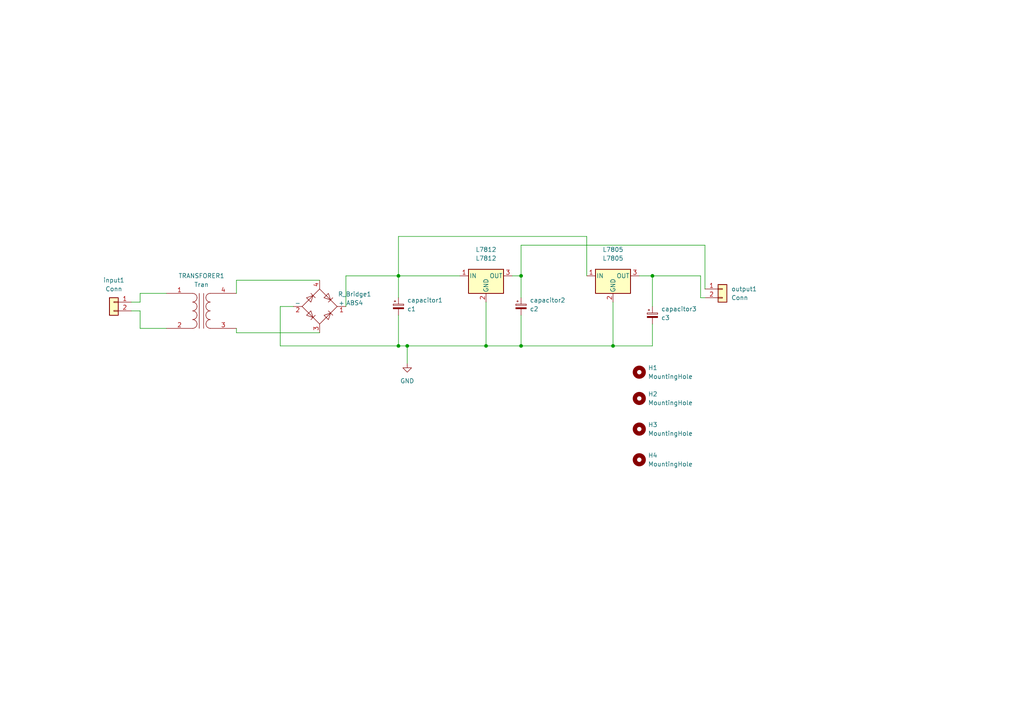
<source format=kicad_sch>
(kicad_sch (version 20211123) (generator eeschema)
  (paper "A4")
  (lib_symbols
    (symbol "Connector_Generic:Conn_01x02" (pin_names (offset 1.016) hide)
      (property "Reference" "J" (at 0 2.54 0))
      (property "Value" "Conn_01x02" (at 0 -5.08 0))
      (symbol "Conn_01x02_1_1"
        (rectangle (start -1.27 -2.413) (end 0 -2.667) (stroke (width 0.1524)))
        (rectangle (start -1.27 0.127) (end 0 -0.127) (stroke (width 0.1524)))
        (rectangle (start -1.27 1.27) (end 1.27 -3.81) (stroke (width 0.254)) (fill (type background)))
        (pin passive line (at -5.08 0 0) (length 3.81) (name "Pin_1") (number "1"))
        (pin passive line (at -5.08 -2.54 0) (length 3.81) (name "Pin_2") (number "2"))
      )
    )
    (symbol "Device:C_Polarized_Small" (pin_numbers hide) (pin_names (offset 0.254) hide)
      (property "Reference" "C" (at 0.254 1.778 0))
      (property "Value" "C_Polarized_Small" (at 0.254 -2.032 0))
      (symbol "C_Polarized_Small_0_1"
        (rectangle (start -1.524 -0.3048) (end 1.524 -0.6858) (fill (type outline)))
        (rectangle (start -1.524 0.6858) (end 1.524 0.3048))
        (polyline (pts (xy -1.27 1.524) (xy -0.762 1.524)))
        (polyline (pts (xy -1.016 1.27) (xy -1.016 1.778)))
      )
      (symbol "C_Polarized_Small_1_1"
        (pin passive line (at 0 2.54 270) (length 1.8542) (name "~") (number "1"))
        (pin passive line (at 0 -2.54 90) (length 1.8542) (name "~") (number "2"))
      )
    )
    (symbol "Device:Transformer_1P_1S" (pin_names (offset 1.016) hide)
      (property "Reference" "T" (at 0 6.35 0))
      (property "Value" "Transformer_1P_1S" (at 0 -7.62 0))
      (symbol "Transformer_1P_1S_0_1"
        (arc (start -2.54 -5.0546) (mid -1.6599 -4.6901) (end -1.27 -3.81))
        (arc (start -2.54 -2.5146) (mid -1.6599 -2.1501) (end -1.27 -1.27))
        (arc (start -2.54 0.0254) (mid -1.6599 0.3899) (end -1.27 1.27))
        (arc (start -2.54 2.5654) (mid -1.6599 2.9299) (end -1.27 3.81))
        (arc (start -1.27 -3.81) (mid -1.642 -2.912) (end -2.54 -2.54))
        (arc (start -1.27 -1.27) (mid -1.642 -0.372) (end -2.54 0))
        (arc (start -1.27 1.27) (mid -1.642 2.168) (end -2.54 2.54))
        (arc (start -1.27 3.81) (mid -1.642 4.708) (end -2.54 5.08))
        (polyline (pts (xy -0.635 5.08) (xy -0.635 -5.08)))
        (polyline (pts (xy 0.635 -5.08) (xy 0.635 5.08)))
        (arc (start 1.2954 -1.27) (mid 1.6599 -2.1501) (end 2.54 -2.5146))
        (arc (start 1.2954 1.27) (mid 1.6599 0.3899) (end 2.54 0.0254))
        (arc (start 1.2954 3.81) (mid 1.6599 2.9299) (end 2.54 2.5654))
        (arc (start 1.3208 -3.81) (mid 1.6853 -4.6901) (end 2.5654 -5.0546))
        (arc (start 2.54 0) (mid 1.642 -0.372) (end 1.2954 -1.27))
        (arc (start 2.54 2.54) (mid 1.642 2.168) (end 1.2954 1.27))
        (arc (start 2.54 5.08) (mid 1.642 4.708) (end 1.2954 3.81))
        (arc (start 2.5654 -2.54) (mid 1.6674 -2.912) (end 1.3208 -3.81))
      )
      (symbol "Transformer_1P_1S_1_1"
        (pin passive line (at -10.16 5.08 0) (length 7.62) (name "AA") (number "1"))
        (pin passive line (at -10.16 -5.08 0) (length 7.62) (name "AB") (number "2"))
        (pin passive line (at 10.16 -5.08 180) (length 7.62) (name "SA") (number "3"))
        (pin passive line (at 10.16 5.08 180) (length 7.62) (name "SB") (number "4"))
      )
    )
    (symbol "Diode_Bridge:ABS4" (pin_names (offset 0))
      (property "Reference" "D" (at 2.54 6.985 0))
      (property "Value" "ABS4" (at 2.54 5.08 0))
      (symbol "ABS4_0_1"
        (polyline (pts (xy -2.54 3.81) (xy -1.27 2.54)))
        (polyline (pts (xy -1.27 -2.54) (xy -2.54 -3.81)))
        (polyline (pts (xy 2.54 -1.27) (xy 3.81 -2.54)))
        (polyline (pts (xy 2.54 1.27) (xy 3.81 2.54)))
        (polyline (pts (xy -3.81 2.54) (xy -2.54 1.27) (xy -1.905 3.175) (xy -3.81 2.54)))
        (polyline (pts (xy -2.54 -1.27) (xy -3.81 -2.54) (xy -1.905 -3.175) (xy -2.54 -1.27)))
        (polyline (pts (xy 1.27 2.54) (xy 2.54 3.81) (xy 3.175 1.905) (xy 1.27 2.54)))
        (polyline (pts (xy 3.175 -1.905) (xy 1.27 -2.54) (xy 2.54 -3.81) (xy 3.175 -1.905)))
        (polyline (pts (xy -5.08 0) (xy 0 -5.08) (xy 5.08 0) (xy 0 5.08) (xy -5.08 0)))
      )
      (symbol "ABS4_1_1"
        (pin passive line (at 7.62 0 180) (length 2.54) (name "+") (number "1"))
        (pin passive line (at -7.62 0 0) (length 2.54) (name "-") (number "2"))
        (pin passive line (at 0 -7.62 90) (length 2.54) (name "~") (number "3"))
        (pin passive line (at 0 7.62 270) (length 2.54) (name "~") (number "4"))
      )
    )
    (symbol "Mechanical:MountingHole" (pin_names (offset 1.016))
      (property "Reference" "H" (at 0 5.08 0))
      (property "Value" "MountingHole" (at 0 3.175 0))
      (symbol "MountingHole_0_1"
        (circle (center 0 0) (radius 1.27) (stroke (width 1.27)))
      )
    )
    (symbol "Regulator_Linear:L7805" (pin_names (offset 0.254))
      (property "Reference" "U" (at -3.81 3.175 0))
      (property "Value" "L7805" (at 0 3.175 0))
      (symbol "L7805_0_1"
        (rectangle (start -5.08 1.905) (end 5.08 -5.08) (stroke (width 0.254)) (fill (type background)))
      )
      (symbol "L7805_1_1"
        (pin power_in line (at -7.62 0 0) (length 2.54) (name "IN") (number "1"))
        (pin power_in line (at 0 -7.62 90) (length 2.54) (name "GND") (number "2"))
        (pin power_out line (at 7.62 0 180) (length 2.54) (name "OUT") (number "3"))
      )
    )
    (symbol "Regulator_Linear:L7812" (pin_names (offset 0.254))
      (property "Reference" "U" (at -3.81 3.175 0))
      (property "Value" "L7812" (at 0 3.175 0))
      (symbol "L7812_0_1"
        (rectangle (start -5.08 1.905) (end 5.08 -5.08) (stroke (width 0.254)) (fill (type background)))
      )
      (symbol "L7812_1_1"
        (pin power_in line (at -7.62 0 0) (length 2.54) (name "IN") (number "1"))
        (pin power_in line (at 0 -7.62 90) (length 2.54) (name "GND") (number "2"))
        (pin power_out line (at 7.62 0 180) (length 2.54) (name "OUT") (number "3"))
      )
    )
    (symbol "power:GND" (power) (pin_names (offset 0))
      (property "Value" "GND" (at 0 -3.81 0))
      (symbol "GND_0_1"
        (polyline (pts (xy 0 0) (xy 0 -1.27) (xy 1.27 -1.27) (xy 0 -2.54) (xy -1.27 -1.27) (xy 0 -1.27)))
      )
      (symbol "GND_1_1"
        (pin power_in line (at 0 0 270) (length 0) hide (name "GND") (number "1"))
      )
    )
  )
  (junction (at 118.11 100.33))
  (junction (at 189.23 80.01))
  (junction (at 140.97 100.33))
  (junction (at 151.13 80.01))
  (junction (at 115.57 100.33))
  (junction (at 151.13 100.33))
  (junction (at 177.8 100.33))
  (junction (at 115.57 80.01))
  (wire (pts (xy 115.57 68.58) (xy 115.57 80.01)))
  (wire (pts (xy 170.18 80.01) (xy 170.18 68.58)))
  (wire (pts (xy 204.47 83.82) (xy 204.47 71.12)))
  (wire (pts (xy 151.13 80.01) (xy 151.13 86.36)))
  (wire (pts (xy 115.57 86.36) (xy 115.57 80.01)))
  (wire (pts (xy 204.47 86.36) (xy 203.2 86.36)))
  (wire (pts (xy 68.58 85.09) (xy 68.58 81.28)))
  (wire (pts (xy 81.28 100.33) (xy 81.28 88.9)))
  (wire (pts (xy 40.64 87.63) (xy 40.64 85.09)))
  (wire (pts (xy 140.97 87.63) (xy 140.97 100.33)))
  (wire (pts (xy 115.57 80.01) (xy 133.35 80.01)))
  (wire (pts (xy 177.8 87.63) (xy 177.8 100.33)))
  (wire (pts (xy 38.1 90.17) (xy 40.64 90.17)))
  (wire (pts (xy 118.11 100.33) (xy 140.97 100.33)))
  (wire (pts (xy 92.71 96.52) (xy 68.58 96.52)))
  (wire (pts (xy 81.28 100.33) (xy 115.57 100.33)))
  (wire (pts (xy 151.13 91.44) (xy 151.13 100.33)))
  (wire (pts (xy 148.59 80.01) (xy 151.13 80.01)))
  (wire (pts (xy 189.23 100.33) (xy 177.8 100.33)))
  (wire (pts (xy 151.13 71.12) (xy 151.13 80.01)))
  (wire (pts (xy 140.97 100.33) (xy 151.13 100.33)))
  (wire (pts (xy 68.58 96.52) (xy 68.58 95.25)))
  (wire (pts (xy 40.64 90.17) (xy 40.64 95.25)))
  (wire (pts (xy 170.18 68.58) (xy 115.57 68.58)))
  (wire (pts (xy 151.13 100.33) (xy 177.8 100.33)))
  (wire (pts (xy 204.47 71.12) (xy 151.13 71.12)))
  (wire (pts (xy 203.2 80.01) (xy 203.2 86.36)))
  (wire (pts (xy 115.57 100.33) (xy 118.11 100.33)))
  (wire (pts (xy 189.23 93.98) (xy 189.23 100.33)))
  (wire (pts (xy 68.58 81.28) (xy 92.71 81.28)))
  (wire (pts (xy 81.28 88.9) (xy 85.09 88.9)))
  (wire (pts (xy 38.1 87.63) (xy 40.64 87.63)))
  (wire (pts (xy 203.2 80.01) (xy 189.23 80.01)))
  (wire (pts (xy 40.64 85.09) (xy 48.26 85.09)))
  (wire (pts (xy 189.23 80.01) (xy 189.23 88.9)))
  (wire (pts (xy 40.64 95.25) (xy 48.26 95.25)))
  (wire (pts (xy 115.57 80.01) (xy 100.33 80.01)))
  (wire (pts (xy 118.11 105.41) (xy 118.11 100.33)))
  (wire (pts (xy 100.33 80.01) (xy 100.33 88.9)))
  (wire (pts (xy 185.42 80.01) (xy 189.23 80.01)))
  (wire (pts (xy 115.57 91.44) (xy 115.57 100.33)))
  (symbol (lib_id "Mechanical:MountingHole") (at 185.42 133.35 0) (unit 1)
    (property "Reference" "H4" (at 187.96 132.0799 0) (effects (justify left)))
    (property "Value" "MountingHole" (at 187.96 134.6199 0) (effects (justify left)))
    (property "Footprint" "MountingHole:MountingHole_2.1mm" (effects hide))
  )
  (symbol (lib_id "Mechanical:MountingHole") (at 185.42 115.57 0) (unit 1)
    (property "Reference" "H2" (at 187.96 114.2999 0) (effects (justify left)))
    (property "Value" "MountingHole" (at 187.96 116.8399 0) (effects (justify left)))
    (property "Footprint" "MountingHole:MountingHole_2.1mm" (effects hide))
  )
  (symbol (lib_id "Device:C_Polarized_Small") (at 115.57 88.9 0) (unit 1)
    (property "Reference" "capacitor1" (at 118.11 87.0838 0) (effects (justify left)))
    (property "Value" "c1" (at 118.11 89.6238 0) (effects (justify left)))
    (property "Footprint" "Capacitor_SMD:CP_Elec_3x5.4" (effects hide))
  )
  (symbol (lib_id "Mechanical:MountingHole") (at 185.42 107.95 0) (unit 1)
    (property "Reference" "H1" (at 187.96 106.6799 0) (effects (justify left)))
    (property "Value" "MountingHole" (at 187.96 109.2199 0) (effects (justify left)))
    (property "Footprint" "MountingHole:MountingHole_2.1mm" (effects hide))
  )
  (symbol (lib_id "Connector_Generic:Conn_01x02") (at 33.02 87.63 0) (mirror y) (unit 1)
    (property "Reference" "input1" (at 33.02 81.28 0))
    (property "Value" "Conn" (at 33.02 83.82 0))
    (property "Footprint" "Connector_PinSocket_1.00mm:PinSocket_1x02_P1.00mm_Vertical" (effects hide))
  )
  (symbol (lib_id "Device:C_Polarized_Small") (at 189.23 91.44 0) (unit 1)
    (property "Reference" "capacitor3" (at 191.77 89.6238 0) (effects (justify left)))
    (property "Value" "c3" (at 191.77 92.1638 0) (effects (justify left)))
    (property "Footprint" "Capacitor_SMD:CP_Elec_4x3" (effects hide))
  )
  (symbol (lib_id "Regulator_Linear:L7805") (at 177.8 80.01 0) (unit 1)
    (property "Reference" "L7805" (at 177.8 72.39 0))
    (property "Value" "L7805" (at 177.8 74.93 0))
    (property "Footprint" "Package_TO_SOT_THT:TO-220-3_Horizontal_TabDown" (effects hide))
    (property "Datasheet" "http://www.st.com/content/ccc/resource/technical/document/datasheet/41/4f/b3/b0/12/d4/47/88/CD00000444.pdf/files/CD00000444.pdf/jcr:content/translations/en.CD00000444.pdf" (effects hide))
  )
  (symbol (lib_id "Diode_Bridge:ABS4") (at 92.71 88.9 0) (unit 1)
    (property "Reference" "R_Bridge1" (at 102.87 85.3186 0))
    (property "Value" "ABS4" (at 102.87 87.8586 0))
    (property "Footprint" "Diode_SMD:Diode_Bridge_Diotec_ABS" (effects hide))
    (property "Datasheet" "https://diotec.com/tl_files/diotec/files/pdf/datasheets/abs2.pdf" (effects hide))
  )
  (symbol (lib_id "Connector_Generic:Conn_01x02") (at 209.55 83.82 0) (unit 1)
    (property "Reference" "output1" (at 212.09 83.8199 0) (effects (justify left)))
    (property "Value" "Conn" (at 212.09 86.3599 0) (effects (justify left)))
    (property "Footprint" "Connector_PinSocket_1.00mm:PinSocket_1x02_P1.00mm_Vertical" (effects hide))
  )
  (symbol (lib_id "power:GND") (at 118.11 105.41 0) (unit 1)
    (property "Reference" "#PWR0101" (effects hide))
    (property "Value" "GND" (at 118.11 110.49 0))
  )
  (symbol (lib_id "Regulator_Linear:L7812") (at 140.97 80.01 0) (unit 1)
    (property "Reference" "L7812" (at 140.97 72.39 0))
    (property "Value" "L7812" (at 140.97 74.93 0))
    (property "Footprint" "Package_TO_SOT_THT:TO-220-3_Horizontal_TabDown" (effects hide))
    (property "Datasheet" "http://www.st.com/content/ccc/resource/technical/document/datasheet/41/4f/b3/b0/12/d4/47/88/CD00000444.pdf/files/CD00000444.pdf/jcr:content/translations/en.CD00000444.pdf" (effects hide))
  )
  (symbol (lib_id "Mechanical:MountingHole") (at 185.42 124.46 0) (unit 1)
    (property "Reference" "H3" (at 187.96 123.1899 0) (effects (justify left)))
    (property "Value" "MountingHole" (at 187.96 125.7299 0) (effects (justify left)))
    (property "Footprint" "MountingHole:MountingHole_2.1mm" (effects hide))
  )
  (symbol (lib_id "Device:C_Polarized_Small") (at 151.13 88.9 0) (unit 1)
    (property "Reference" "capacitor2" (at 153.67 87.0838 0) (effects (justify left)))
    (property "Value" "c2" (at 153.67 89.6238 0) (effects (justify left)))
    (property "Footprint" "Capacitor_SMD:CP_Elec_4x3" (effects hide))
  )
  (symbol (lib_id "Device:Transformer_1P_1S") (at 58.42 90.17 0) (unit 1)
    (property "Reference" "TRANSFORER1" (at 58.4327 80.01 0))
    (property "Value" "Tran" (at 58.4327 82.55 0))
    (property "Footprint" "Connector_PinHeader_2.54mm:PinHeader_1x04_P2.54mm_Vertical" (effects hide))
  )
)
</source>
